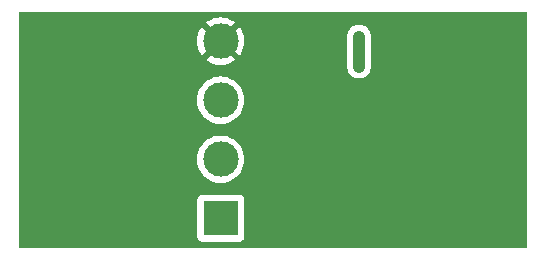
<source format=gbl>
G04 #@! TF.GenerationSoftware,KiCad,Pcbnew,8.0.2-8.0.2-0~ubuntu22.04.1*
G04 #@! TF.CreationDate,2024-05-02T22:53:01+03:00*
G04 #@! TF.ProjectId,blink-timer,626c696e-6b2d-4746-996d-65722e6b6963,rev?*
G04 #@! TF.SameCoordinates,Original*
G04 #@! TF.FileFunction,Copper,L2,Bot*
G04 #@! TF.FilePolarity,Positive*
%FSLAX46Y46*%
G04 Gerber Fmt 4.6, Leading zero omitted, Abs format (unit mm)*
G04 Created by KiCad (PCBNEW 8.0.2-8.0.2-0~ubuntu22.04.1) date 2024-05-02 22:53:01*
%MOMM*%
%LPD*%
G01*
G04 APERTURE LIST*
G04 #@! TA.AperFunction,ComponentPad*
%ADD10R,3.000000X3.000000*%
G04 #@! TD*
G04 #@! TA.AperFunction,ComponentPad*
%ADD11C,3.000000*%
G04 #@! TD*
G04 #@! TA.AperFunction,ViaPad*
%ADD12C,0.600000*%
G04 #@! TD*
G04 #@! TA.AperFunction,Conductor*
%ADD13C,1.016000*%
G04 #@! TD*
G04 APERTURE END LIST*
D10*
X117567500Y-118000000D03*
D11*
X117567500Y-113000000D03*
X117567500Y-108000000D03*
X117567500Y-103000000D03*
D12*
X129286000Y-102616000D03*
X129286000Y-105156000D03*
X138380000Y-108000000D03*
X139475000Y-105000000D03*
X129286000Y-109601000D03*
X135890000Y-115570000D03*
X133477000Y-104013000D03*
D13*
X129286000Y-105156000D02*
X129286000Y-102616000D01*
G04 #@! TA.AperFunction,Conductor*
G36*
X143442539Y-100520185D02*
G01*
X143488294Y-100572989D01*
X143499500Y-100624500D01*
X143499500Y-120375500D01*
X143479815Y-120442539D01*
X143427011Y-120488294D01*
X143375500Y-120499500D01*
X100624500Y-120499500D01*
X100557461Y-120479815D01*
X100511706Y-120427011D01*
X100500500Y-120375500D01*
X100500500Y-116452135D01*
X115567000Y-116452135D01*
X115567000Y-119547870D01*
X115567001Y-119547876D01*
X115573408Y-119607483D01*
X115623702Y-119742328D01*
X115623706Y-119742335D01*
X115709952Y-119857544D01*
X115709955Y-119857547D01*
X115825164Y-119943793D01*
X115825171Y-119943797D01*
X115960017Y-119994091D01*
X115960016Y-119994091D01*
X115966944Y-119994835D01*
X116019627Y-120000500D01*
X119115372Y-120000499D01*
X119174983Y-119994091D01*
X119309831Y-119943796D01*
X119425046Y-119857546D01*
X119511296Y-119742331D01*
X119561591Y-119607483D01*
X119568000Y-119547873D01*
X119567999Y-116452128D01*
X119561591Y-116392517D01*
X119511296Y-116257669D01*
X119511295Y-116257668D01*
X119511293Y-116257664D01*
X119425047Y-116142455D01*
X119425044Y-116142452D01*
X119309835Y-116056206D01*
X119309828Y-116056202D01*
X119174982Y-116005908D01*
X119174983Y-116005908D01*
X119115383Y-115999501D01*
X119115381Y-115999500D01*
X119115373Y-115999500D01*
X119115364Y-115999500D01*
X116019629Y-115999500D01*
X116019623Y-115999501D01*
X115960016Y-116005908D01*
X115825171Y-116056202D01*
X115825164Y-116056206D01*
X115709955Y-116142452D01*
X115709952Y-116142455D01*
X115623706Y-116257664D01*
X115623702Y-116257671D01*
X115573408Y-116392517D01*
X115567001Y-116452116D01*
X115567001Y-116452123D01*
X115567000Y-116452135D01*
X100500500Y-116452135D01*
X100500500Y-112999998D01*
X115561890Y-112999998D01*
X115561890Y-113000001D01*
X115582304Y-113285433D01*
X115643128Y-113565037D01*
X115743135Y-113833166D01*
X115880270Y-114084309D01*
X115880275Y-114084317D01*
X116051754Y-114313387D01*
X116051770Y-114313405D01*
X116254094Y-114515729D01*
X116254112Y-114515745D01*
X116483182Y-114687224D01*
X116483190Y-114687229D01*
X116734333Y-114824364D01*
X116734332Y-114824364D01*
X116734336Y-114824365D01*
X116734339Y-114824367D01*
X117002454Y-114924369D01*
X117002460Y-114924370D01*
X117002462Y-114924371D01*
X117282066Y-114985195D01*
X117282068Y-114985195D01*
X117282072Y-114985196D01*
X117535720Y-115003337D01*
X117567499Y-115005610D01*
X117567500Y-115005610D01*
X117567501Y-115005610D01*
X117596095Y-115003564D01*
X117852928Y-114985196D01*
X118132546Y-114924369D01*
X118400661Y-114824367D01*
X118651815Y-114687226D01*
X118880895Y-114515739D01*
X119083239Y-114313395D01*
X119254726Y-114084315D01*
X119391867Y-113833161D01*
X119491869Y-113565046D01*
X119552696Y-113285428D01*
X119573110Y-113000000D01*
X119552696Y-112714572D01*
X119491869Y-112434954D01*
X119391867Y-112166839D01*
X119254726Y-111915685D01*
X119254724Y-111915682D01*
X119083245Y-111686612D01*
X119083229Y-111686594D01*
X118880905Y-111484270D01*
X118880887Y-111484254D01*
X118651817Y-111312775D01*
X118651809Y-111312770D01*
X118400666Y-111175635D01*
X118400667Y-111175635D01*
X118293415Y-111135632D01*
X118132546Y-111075631D01*
X118132543Y-111075630D01*
X118132537Y-111075628D01*
X117852933Y-111014804D01*
X117567501Y-110994390D01*
X117567499Y-110994390D01*
X117282066Y-111014804D01*
X117002462Y-111075628D01*
X116734333Y-111175635D01*
X116483190Y-111312770D01*
X116483182Y-111312775D01*
X116254112Y-111484254D01*
X116254094Y-111484270D01*
X116051770Y-111686594D01*
X116051754Y-111686612D01*
X115880275Y-111915682D01*
X115880270Y-111915690D01*
X115743135Y-112166833D01*
X115643128Y-112434962D01*
X115582304Y-112714566D01*
X115561890Y-112999998D01*
X100500500Y-112999998D01*
X100500500Y-107999998D01*
X115561890Y-107999998D01*
X115561890Y-108000001D01*
X115582304Y-108285433D01*
X115643128Y-108565037D01*
X115743135Y-108833166D01*
X115880270Y-109084309D01*
X115880275Y-109084317D01*
X116051754Y-109313387D01*
X116051770Y-109313405D01*
X116254094Y-109515729D01*
X116254112Y-109515745D01*
X116483182Y-109687224D01*
X116483190Y-109687229D01*
X116734333Y-109824364D01*
X116734332Y-109824364D01*
X116734336Y-109824365D01*
X116734339Y-109824367D01*
X117002454Y-109924369D01*
X117002460Y-109924370D01*
X117002462Y-109924371D01*
X117282066Y-109985195D01*
X117282068Y-109985195D01*
X117282072Y-109985196D01*
X117535720Y-110003337D01*
X117567499Y-110005610D01*
X117567500Y-110005610D01*
X117567501Y-110005610D01*
X117596095Y-110003564D01*
X117852928Y-109985196D01*
X118132546Y-109924369D01*
X118400661Y-109824367D01*
X118651815Y-109687226D01*
X118880895Y-109515739D01*
X119083239Y-109313395D01*
X119254726Y-109084315D01*
X119391867Y-108833161D01*
X119491869Y-108565046D01*
X119552696Y-108285428D01*
X119573110Y-108000000D01*
X119552696Y-107714572D01*
X119491869Y-107434954D01*
X119391867Y-107166839D01*
X119254726Y-106915685D01*
X119254724Y-106915682D01*
X119083245Y-106686612D01*
X119083229Y-106686594D01*
X118880905Y-106484270D01*
X118880887Y-106484254D01*
X118651817Y-106312775D01*
X118651809Y-106312770D01*
X118400666Y-106175635D01*
X118400667Y-106175635D01*
X118266901Y-106125743D01*
X118132546Y-106075631D01*
X118132543Y-106075630D01*
X118132537Y-106075628D01*
X117852933Y-106014804D01*
X117567501Y-105994390D01*
X117567499Y-105994390D01*
X117282066Y-106014804D01*
X117002462Y-106075628D01*
X116734333Y-106175635D01*
X116483190Y-106312770D01*
X116483182Y-106312775D01*
X116254112Y-106484254D01*
X116254094Y-106484270D01*
X116051770Y-106686594D01*
X116051754Y-106686612D01*
X115880275Y-106915682D01*
X115880270Y-106915690D01*
X115743135Y-107166833D01*
X115643128Y-107434962D01*
X115582304Y-107714566D01*
X115561890Y-107999998D01*
X100500500Y-107999998D01*
X100500500Y-102999998D01*
X115562391Y-102999998D01*
X115562391Y-103000001D01*
X115582800Y-103285362D01*
X115643609Y-103564895D01*
X115743591Y-103832958D01*
X115880691Y-104084038D01*
X115880696Y-104084046D01*
X115987382Y-104226561D01*
X115987383Y-104226562D01*
X116966458Y-103247487D01*
X116991478Y-103307890D01*
X117062612Y-103414351D01*
X117153149Y-103504888D01*
X117259610Y-103576022D01*
X117320011Y-103601041D01*
X116340936Y-104580115D01*
X116483460Y-104686807D01*
X116483461Y-104686808D01*
X116734542Y-104823908D01*
X116734541Y-104823908D01*
X117002604Y-104923890D01*
X117282137Y-104984699D01*
X117567499Y-105005109D01*
X117567501Y-105005109D01*
X117852862Y-104984699D01*
X118132395Y-104923890D01*
X118400458Y-104823908D01*
X118651547Y-104686803D01*
X118794061Y-104580116D01*
X118794062Y-104580115D01*
X117814989Y-103601041D01*
X117875390Y-103576022D01*
X117981851Y-103504888D01*
X118072388Y-103414351D01*
X118143522Y-103307890D01*
X118168541Y-103247488D01*
X119147615Y-104226562D01*
X119147616Y-104226561D01*
X119254303Y-104084047D01*
X119391408Y-103832958D01*
X119491390Y-103564895D01*
X119552199Y-103285362D01*
X119572609Y-103000001D01*
X119572609Y-102999998D01*
X119552199Y-102714637D01*
X119509133Y-102516666D01*
X128277500Y-102516666D01*
X128277500Y-105255333D01*
X128316254Y-105450161D01*
X128316256Y-105450169D01*
X128392277Y-105633701D01*
X128392282Y-105633710D01*
X128502646Y-105798880D01*
X128502649Y-105798884D01*
X128643115Y-105939350D01*
X128643119Y-105939353D01*
X128808289Y-106049717D01*
X128808295Y-106049720D01*
X128808296Y-106049721D01*
X128991831Y-106125744D01*
X129186666Y-106164499D01*
X129186670Y-106164500D01*
X129186671Y-106164500D01*
X129385330Y-106164500D01*
X129385331Y-106164499D01*
X129580169Y-106125744D01*
X129763704Y-106049721D01*
X129928881Y-105939353D01*
X130069353Y-105798881D01*
X130179721Y-105633704D01*
X130255744Y-105450169D01*
X130294500Y-105255329D01*
X130294500Y-102516671D01*
X130255744Y-102321831D01*
X130179721Y-102138296D01*
X130179720Y-102138295D01*
X130179717Y-102138289D01*
X130069353Y-101973119D01*
X130069350Y-101973115D01*
X129928884Y-101832649D01*
X129928880Y-101832646D01*
X129763710Y-101722282D01*
X129763701Y-101722277D01*
X129580169Y-101646256D01*
X129580161Y-101646254D01*
X129385333Y-101607500D01*
X129385329Y-101607500D01*
X129186671Y-101607500D01*
X129186666Y-101607500D01*
X128991838Y-101646254D01*
X128991830Y-101646256D01*
X128808298Y-101722277D01*
X128808289Y-101722282D01*
X128643119Y-101832646D01*
X128643115Y-101832649D01*
X128502649Y-101973115D01*
X128502646Y-101973119D01*
X128392282Y-102138289D01*
X128392277Y-102138298D01*
X128316256Y-102321830D01*
X128316254Y-102321838D01*
X128277500Y-102516666D01*
X119509133Y-102516666D01*
X119491390Y-102435104D01*
X119391408Y-102167041D01*
X119254308Y-101915961D01*
X119254307Y-101915960D01*
X119147615Y-101773436D01*
X118168541Y-102752510D01*
X118143522Y-102692110D01*
X118072388Y-102585649D01*
X117981851Y-102495112D01*
X117875390Y-102423978D01*
X117814988Y-102398958D01*
X118794062Y-101419883D01*
X118794061Y-101419882D01*
X118651546Y-101313196D01*
X118651538Y-101313191D01*
X118400457Y-101176091D01*
X118400458Y-101176091D01*
X118132395Y-101076109D01*
X117852862Y-101015300D01*
X117567501Y-100994891D01*
X117567499Y-100994891D01*
X117282137Y-101015300D01*
X117002604Y-101076109D01*
X116734541Y-101176091D01*
X116483461Y-101313191D01*
X116483453Y-101313196D01*
X116340937Y-101419882D01*
X116340936Y-101419883D01*
X117320012Y-102398958D01*
X117259610Y-102423978D01*
X117153149Y-102495112D01*
X117062612Y-102585649D01*
X116991478Y-102692110D01*
X116966458Y-102752511D01*
X115987383Y-101773436D01*
X115987382Y-101773437D01*
X115880696Y-101915953D01*
X115880691Y-101915961D01*
X115743591Y-102167041D01*
X115643609Y-102435104D01*
X115582800Y-102714637D01*
X115562391Y-102999998D01*
X100500500Y-102999998D01*
X100500500Y-100624500D01*
X100520185Y-100557461D01*
X100572989Y-100511706D01*
X100624500Y-100500500D01*
X143375500Y-100500500D01*
X143442539Y-100520185D01*
G37*
G04 #@! TD.AperFunction*
M02*

</source>
